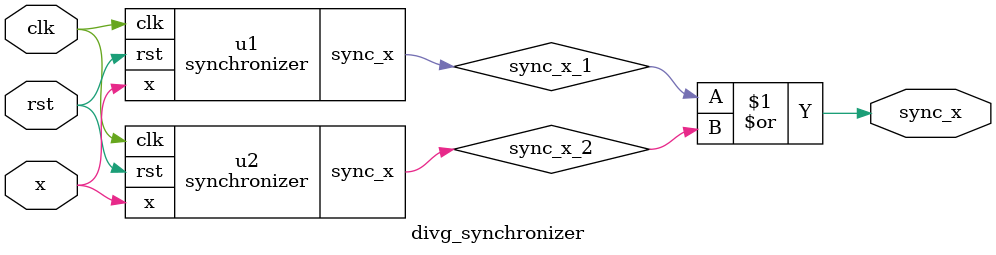
<source format=v>
`define DATA_BITS 8


// (uncomment to implement a 2-FF synchronizer on the receiver's end)

`define USE_RECEIVER_SYNCHRONIZER

// Setting 2:

// (uncomment to implement a 2-FF synchronizer on the sender's end)

`define USE_SENDER_SYNCHRONIZER

// Setting 3:

// use multiple synchronizer points assuming the synchronized signals are equal:

//`define USE_TWO_RECEIVERS_DIVERGE_HAZARD

// use multiple synchronization points without assuming synchronizer signals are equal:

//`define USE_TWO_RECEIVERS_DIVERGE_SAFE

// or uncomment both to use a single receiver

module topunit (clk1, clk2, rst, busy, send, data_in, data_out, valid);

	input clk1, clk2, rst, send;

	input [`DATA_BITS-1:0] data_in;

	output [`DATA_BITS-1:0] data_out;

	output busy, valid;

	// data, stb and ack are the crossover signals

	wire [`DATA_BITS-1:0] data;

	wire stb, ack;

	// module instantiations

	sender u1 (clk1, rst, busy, send, data_in, data, stb, ack);

	`ifdef USE_TWO_RECEIVERS_DIVERGE_HAZARD

		two_receivers_hazard u2 (clk2, rst, data, stb, data_out, ack, valid);

	`elsif USE_TWO_RECEIVERS_DIVERGE_SAFE

		receiver_multiple_synchronization_safe u2 (clk2, rst, data, stb, data_out, ack, valid);

	`else

		receiver u2 (clk2, rst, data, stb, data_out, ack, valid);

	`endif

endmodule

module sender (clk, rst, busy, send, data_in, data, stb, ack);

	input clk, rst, send, ack;

	input [`DATA_BITS-1:0] data_in;

	output [`DATA_BITS-1:0] data;

	output stb, busy;

	reg stb;

	wire ack_selected;

	`ifdef USE_SENDER_SYNCHRONIZER

		synchronizer sync1 (clk, rst, ack, ack_sync);

		assign ack_selected = ack_sync;

	`else

		assign ack_selected = ack;

	`endif

	assign busy = stb || ack_selected;

	myregister reg1 (clk, rst, data_in, data, send);

	always @(posedge clk or posedge rst) begin

		if (rst == 1) begin

			stb <= 0;

		end else if (send && !busy) begin

			stb <= 1;

		end else if (stb && ack_selected) begin

			stb <= 0;

		end

	end

endmodule

module receiver (clk, rst, data, stb, data_out, ack, valid);

	input clk, rst, stb;

	input [`DATA_BITS-1:0] data;

	output [`DATA_BITS-1:0] data_out;

	output ack, valid;

	wire [`DATA_BITS-1:0] data_rec;

	wire stb_selected;

	`ifdef USE_RECEIVER_SYNCHRONIZER

		synchronizer sync1 (clk, rst, stb, stb_sync);

		assign stb_selected = stb_sync;

	`else

		assign stb_selected = stb;

	`endif

//	assign ack = valid | stb;
	/*
	reg ack;

	always @(posedge clk or posedge rst) begin

		if (rst == 1) begin

			ack <= 0;

		end else if (!ack & stb_selected) begin

			ack <= 1;

		end else if (ack & !stb_selected) begin

			ack <= 0;

		end

	end
	*/

	//assign ack = stb_selected;

	myflop reg5 (clk, rst, stb_selected, ack, 1'b1);

	// copy `data` to `data_rec` when stb_selected=1

	myregister reg1 (clk, rst, data, data_rec, newdata);

	// copy `data_rec` to `data_out`

	//myregister reg2 (clk, rst, data_rec, data_out, 1'b1);

	assign data_out = data_rec;

	// receive is high for one cycle following assertion of stb_selected

	//myflop reg3 (clk, rst, stb_selected && !receive, receive, 1'b1);

	myflop reg3 (clk, rst, stb_selected, stb_latched, 1'b1);

	// valid bit

	//myflop reg4 (clk, rst, receive, valid, 1'b1);

	assign newdata = stb_selected & !stb_latched;

	myflop reg4 (clk, rst, newdata, valid, 1'b1);

endmodule

module two_receivers_hazard (clk, rst, data, stb, data_out, ack, valid);

	input clk, rst, stb;

	input [`DATA_BITS-1:0] data;

	output [`DATA_BITS-1:0] data_out;

	output ack, valid;

	receiver u2 (clk, rst, data, stb,         , ack, valid1);

	receiver u3 (clk, rst, data, stb, data_out,    , valid2);

	assign valid = valid1;

endmodule

module receiver_multiple_synchronization_safe (clk, rst, data, stb, data_out, ack, valid);

	input clk, rst, stb;

	input [`DATA_BITS-1:0] data;

	output [`DATA_BITS-1:0] data_out;

	output ack, valid;

	receiver u1 (clk, rst, data, sync_stb, data_out, ack, valid);

	divg_synchronizer u2 (clk, rst, stb, sync_stb);

endmodule


module myflop (clk, rst, d, q, ena);

	input clk, rst, ena;

	output q;

	reg q;

	input d;

	always @(posedge clk or posedge rst) begin

		if (rst == 1) begin

			q <= 0;

		end else if (ena) begin

			q <= d;

		end

	end

endmodule

module myregister (clk, rst, d, q, ena);

	input clk, rst, ena;

	output [`DATA_BITS-1:0] q;

	reg [`DATA_BITS-1:0] q;

	input [`DATA_BITS-1:0] d;

	always @(posedge clk or posedge rst) begin

		if (rst == 1) begin

			q <= 0;

		end else if (ena) begin

			q <= d;

		end

	end

endmodule


module forgetfulregister (clk, rst, d, q, ena);

	// behaves the sameway as a typical register
	// except it resets the data when ena is 0

	// this module simplifes some synthesized design
	// because it doesn't require instantiating a feedback
	// loop to retain the register state

	parameter BITS = 1;

	input clk, rst, ena;

	output [BITS-1:0] q;

	reg [BITS-1:0] q;

	input [BITS-1:0] d;

	always @(posedge clk or posedge rst) begin

		if (rst == 1) begin

			q <= 0;

		end else if (ena) begin

			q <= d;

		end else begin

			q <= 0;

		end

	end

endmodule

module synchronizer (clk, rst, x, sync_x);

	input clk, rst, x;

	output sync_x;

	reg f1, f2;

	assign sync_x = f2;

	always @(posedge clk or posedge rst) begin

		if (rst) begin

			f1 <= 0;

			f2 <= 0;

		end else begin

			f1 <= x;

			f2 <= f1;

		end

	end

endmodule

module divg_synchronizer (clk, rst, x, sync_x);

	input clk, rst, x;

	output sync_x;

	synchronizer u1 (clk, rst, x, sync_x_1);

	synchronizer u2 (clk, rst, x, sync_x_2);

	assign sync_x = sync_x_1 | sync_x_2;

endmodule

</source>
